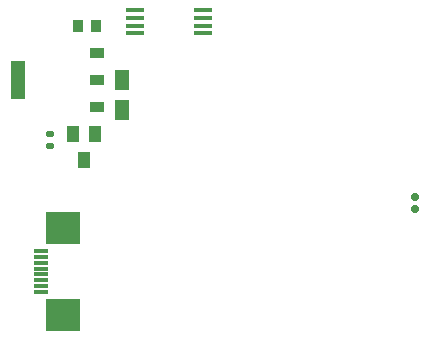
<source format=gbp>
G04*
G04 #@! TF.GenerationSoftware,Altium Limited,Altium Designer,23.3.1 (30)*
G04*
G04 Layer_Color=128*
%FSAX44Y44*%
%MOMM*%
G71*
G04*
G04 #@! TF.SameCoordinates,EEB403B8-57DA-4B53-8A1C-A64ED6DC22F4*
G04*
G04*
G04 #@! TF.FilePolarity,Positive*
G04*
G01*
G75*
G04:AMPARAMS|DCode=20|XSize=0.6mm|YSize=0.55mm|CornerRadius=0.1375mm|HoleSize=0mm|Usage=FLASHONLY|Rotation=180.000|XOffset=0mm|YOffset=0mm|HoleType=Round|Shape=RoundedRectangle|*
%AMROUNDEDRECTD20*
21,1,0.6000,0.2750,0,0,180.0*
21,1,0.3250,0.5500,0,0,180.0*
1,1,0.2750,-0.1625,0.1375*
1,1,0.2750,0.1625,0.1375*
1,1,0.2750,0.1625,-0.1375*
1,1,0.2750,-0.1625,-0.1375*
%
%ADD20ROUNDEDRECTD20*%
G04:AMPARAMS|DCode=22|XSize=0.6mm|YSize=0.6mm|CornerRadius=0.15mm|HoleSize=0mm|Usage=FLASHONLY|Rotation=90.000|XOffset=0mm|YOffset=0mm|HoleType=Round|Shape=RoundedRectangle|*
%AMROUNDEDRECTD22*
21,1,0.6000,0.3000,0,0,90.0*
21,1,0.3000,0.6000,0,0,90.0*
1,1,0.3000,0.1500,0.1500*
1,1,0.3000,0.1500,-0.1500*
1,1,0.3000,-0.1500,-0.1500*
1,1,0.3000,-0.1500,0.1500*
%
%ADD22ROUNDEDRECTD22*%
%ADD64R,1.3100X0.9300*%
%ADD65R,1.3100X3.2400*%
%ADD66R,1.5600X0.4000*%
%ADD67R,1.2000X0.3000*%
%ADD68R,3.0000X2.7000*%
%ADD69R,0.9500X1.0000*%
%ADD70R,1.2500X1.8000*%
%ADD71R,1.0000X1.4000*%
D20*
X00331500Y00447250D02*
D03*
Y00437250D02*
D03*
D22*
X00640751Y00393776D02*
D03*
X00640750Y00384124D02*
D03*
D64*
X00371448Y00516149D02*
D03*
Y00493249D02*
D03*
Y00470349D02*
D03*
D65*
X00304548Y00493249D02*
D03*
D66*
X00461550Y00532750D02*
D03*
Y00539250D02*
D03*
Y00545750D02*
D03*
Y00552250D02*
D03*
X00403950D02*
D03*
Y00545750D02*
D03*
Y00539250D02*
D03*
Y00532750D02*
D03*
D67*
X00324400Y00313500D02*
D03*
Y00318500D02*
D03*
Y00323500D02*
D03*
Y00328500D02*
D03*
Y00333500D02*
D03*
Y00338500D02*
D03*
Y00343500D02*
D03*
Y00348500D02*
D03*
D68*
X00343000Y00367800D02*
D03*
Y00294200D02*
D03*
D69*
X00371000Y00539000D02*
D03*
X00355000D02*
D03*
D70*
X00392250Y00467500D02*
D03*
Y00493500D02*
D03*
D71*
X00350750Y00447250D02*
D03*
X00369750D02*
D03*
X00360250Y00425250D02*
D03*
M02*

</source>
